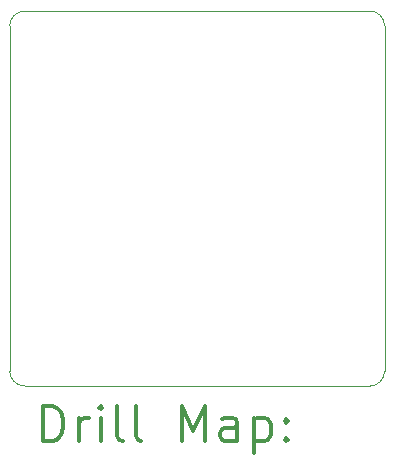
<source format=gbr>
%FSLAX45Y45*%
G04 Gerber Fmt 4.5, Leading zero omitted, Abs format (unit mm)*
G04 Created by KiCad (PCBNEW (5.1.9-0-10_14)) date 2021-08-20 09:36:06*
%MOMM*%
%LPD*%
G01*
G04 APERTURE LIST*
%TA.AperFunction,Profile*%
%ADD10C,0.050000*%
%TD*%
%ADD11C,0.200000*%
%ADD12C,0.300000*%
G04 APERTURE END LIST*
D10*
X16002000Y-12065000D02*
G75*
G02*
X15875000Y-11938000I0J127000D01*
G01*
X19050000Y-11938000D02*
G75*
G02*
X18923000Y-12065000I-127000J0D01*
G01*
X15875000Y-11938000D02*
X15875000Y-9017000D01*
X18923000Y-12065000D02*
X16002000Y-12065000D01*
X19050000Y-9017000D02*
X19050000Y-11938000D01*
X15875000Y-9017000D02*
G75*
G02*
X16002000Y-8890000I127000J0D01*
G01*
X18923000Y-8890000D02*
G75*
G02*
X19050000Y-9017000I0J-127000D01*
G01*
X16002000Y-8890000D02*
X18923000Y-8890000D01*
D11*
D12*
X16158928Y-12533214D02*
X16158928Y-12233214D01*
X16230357Y-12233214D01*
X16273214Y-12247500D01*
X16301786Y-12276071D01*
X16316071Y-12304643D01*
X16330357Y-12361786D01*
X16330357Y-12404643D01*
X16316071Y-12461786D01*
X16301786Y-12490357D01*
X16273214Y-12518929D01*
X16230357Y-12533214D01*
X16158928Y-12533214D01*
X16458928Y-12533214D02*
X16458928Y-12333214D01*
X16458928Y-12390357D02*
X16473214Y-12361786D01*
X16487500Y-12347500D01*
X16516071Y-12333214D01*
X16544643Y-12333214D01*
X16644643Y-12533214D02*
X16644643Y-12333214D01*
X16644643Y-12233214D02*
X16630357Y-12247500D01*
X16644643Y-12261786D01*
X16658928Y-12247500D01*
X16644643Y-12233214D01*
X16644643Y-12261786D01*
X16830357Y-12533214D02*
X16801786Y-12518929D01*
X16787500Y-12490357D01*
X16787500Y-12233214D01*
X16987500Y-12533214D02*
X16958928Y-12518929D01*
X16944643Y-12490357D01*
X16944643Y-12233214D01*
X17330357Y-12533214D02*
X17330357Y-12233214D01*
X17430357Y-12447500D01*
X17530357Y-12233214D01*
X17530357Y-12533214D01*
X17801786Y-12533214D02*
X17801786Y-12376071D01*
X17787500Y-12347500D01*
X17758928Y-12333214D01*
X17701786Y-12333214D01*
X17673214Y-12347500D01*
X17801786Y-12518929D02*
X17773214Y-12533214D01*
X17701786Y-12533214D01*
X17673214Y-12518929D01*
X17658928Y-12490357D01*
X17658928Y-12461786D01*
X17673214Y-12433214D01*
X17701786Y-12418929D01*
X17773214Y-12418929D01*
X17801786Y-12404643D01*
X17944643Y-12333214D02*
X17944643Y-12633214D01*
X17944643Y-12347500D02*
X17973214Y-12333214D01*
X18030357Y-12333214D01*
X18058928Y-12347500D01*
X18073214Y-12361786D01*
X18087500Y-12390357D01*
X18087500Y-12476071D01*
X18073214Y-12504643D01*
X18058928Y-12518929D01*
X18030357Y-12533214D01*
X17973214Y-12533214D01*
X17944643Y-12518929D01*
X18216071Y-12504643D02*
X18230357Y-12518929D01*
X18216071Y-12533214D01*
X18201786Y-12518929D01*
X18216071Y-12504643D01*
X18216071Y-12533214D01*
X18216071Y-12347500D02*
X18230357Y-12361786D01*
X18216071Y-12376071D01*
X18201786Y-12361786D01*
X18216071Y-12347500D01*
X18216071Y-12376071D01*
M02*

</source>
